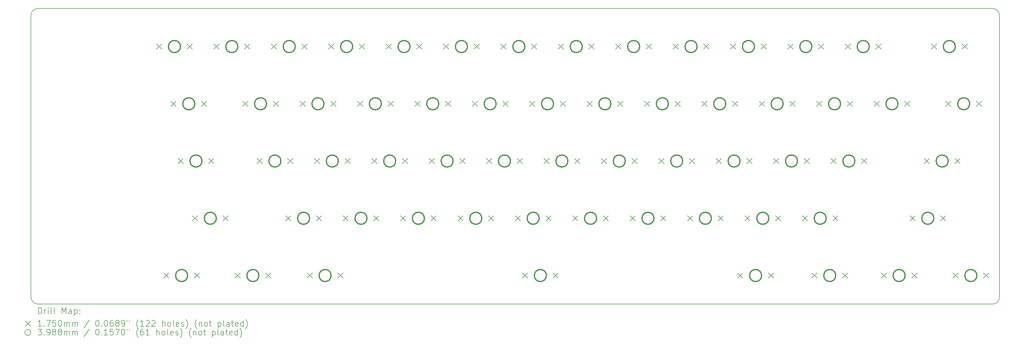
<source format=gbr>
%TF.GenerationSoftware,KiCad,Pcbnew,(6.0.9)*%
%TF.CreationDate,2022-12-29T20:39:11-06:00*%
%TF.ProjectId,BasePCB,42617365-5043-4422-9e6b-696361645f70,rev?*%
%TF.SameCoordinates,Original*%
%TF.FileFunction,Drillmap*%
%TF.FilePolarity,Positive*%
%FSLAX45Y45*%
G04 Gerber Fmt 4.5, Leading zero omitted, Abs format (unit mm)*
G04 Created by KiCad (PCBNEW (6.0.9)) date 2022-12-29 20:39:11*
%MOMM*%
%LPD*%
G01*
G04 APERTURE LIST*
%ADD10C,0.150000*%
%ADD11C,0.200000*%
%ADD12C,0.175000*%
%ADD13C,0.398780*%
G04 APERTURE END LIST*
D10*
X17303750Y4286250D02*
X-14366875Y4286250D01*
X17541875Y13573125D02*
X17541875Y13890625D01*
X-14605000Y13573125D02*
X-14605000Y13890625D01*
X17303750Y4286255D02*
G75*
G03*
X17541875Y4524375I0J238125D01*
G01*
X17541880Y13890625D02*
G75*
G03*
X17303750Y14128750I-238130J-5D01*
G01*
X-14366875Y14128750D02*
G75*
G03*
X-14605000Y13890625I0J-238125D01*
G01*
X-14605000Y4524375D02*
G75*
G03*
X-14366875Y4286250I238125J0D01*
G01*
X17541875Y13573125D02*
X17541875Y4524375D01*
X-14605000Y13573125D02*
X-14605000Y4524375D01*
X-14366875Y14128750D02*
X17303750Y14128750D01*
D11*
D12*
X-10438000Y12946250D02*
X-10263000Y12771250D01*
X-10263000Y12946250D02*
X-10438000Y12771250D01*
X-10199875Y5326250D02*
X-10024875Y5151250D01*
X-10024875Y5326250D02*
X-10199875Y5151250D01*
X-9961750Y11041250D02*
X-9786750Y10866250D01*
X-9786750Y11041250D02*
X-9961750Y10866250D01*
X-9723625Y9136250D02*
X-9548625Y8961250D01*
X-9548625Y9136250D02*
X-9723625Y8961250D01*
X-9422000Y12946250D02*
X-9247000Y12771250D01*
X-9247000Y12946250D02*
X-9422000Y12771250D01*
X-9247375Y7231250D02*
X-9072375Y7056250D01*
X-9072375Y7231250D02*
X-9247375Y7056250D01*
X-9183875Y5326250D02*
X-9008875Y5151250D01*
X-9008875Y5326250D02*
X-9183875Y5151250D01*
X-8945750Y11041250D02*
X-8770750Y10866250D01*
X-8770750Y11041250D02*
X-8945750Y10866250D01*
X-8707625Y9136250D02*
X-8532625Y8961250D01*
X-8532625Y9136250D02*
X-8707625Y8961250D01*
X-8533000Y12946250D02*
X-8358000Y12771250D01*
X-8358000Y12946250D02*
X-8533000Y12771250D01*
X-8231375Y7231250D02*
X-8056375Y7056250D01*
X-8056375Y7231250D02*
X-8231375Y7056250D01*
X-7834500Y5326250D02*
X-7659500Y5151250D01*
X-7659500Y5326250D02*
X-7834500Y5151250D01*
X-7580500Y11041250D02*
X-7405500Y10866250D01*
X-7405500Y11041250D02*
X-7580500Y10866250D01*
X-7517000Y12946250D02*
X-7342000Y12771250D01*
X-7342000Y12946250D02*
X-7517000Y12771250D01*
X-7104250Y9136250D02*
X-6929250Y8961250D01*
X-6929250Y9136250D02*
X-7104250Y8961250D01*
X-6818500Y5326250D02*
X-6643500Y5151250D01*
X-6643500Y5326250D02*
X-6818500Y5151250D01*
X-6628000Y12946250D02*
X-6453000Y12771250D01*
X-6453000Y12946250D02*
X-6628000Y12771250D01*
X-6564500Y11041250D02*
X-6389500Y10866250D01*
X-6389500Y11041250D02*
X-6564500Y10866250D01*
X-6151750Y7231250D02*
X-5976750Y7056250D01*
X-5976750Y7231250D02*
X-6151750Y7056250D01*
X-6088250Y9136250D02*
X-5913250Y8961250D01*
X-5913250Y9136250D02*
X-6088250Y8961250D01*
X-5675500Y11041250D02*
X-5500500Y10866250D01*
X-5500500Y11041250D02*
X-5675500Y10866250D01*
X-5612000Y12946250D02*
X-5437000Y12771250D01*
X-5437000Y12946250D02*
X-5612000Y12771250D01*
X-5437375Y5326250D02*
X-5262375Y5151250D01*
X-5262375Y5326250D02*
X-5437375Y5151250D01*
X-5199250Y9136250D02*
X-5024250Y8961250D01*
X-5024250Y9136250D02*
X-5199250Y8961250D01*
X-5135750Y7231250D02*
X-4960750Y7056250D01*
X-4960750Y7231250D02*
X-5135750Y7056250D01*
X-4723000Y12946250D02*
X-4548000Y12771250D01*
X-4548000Y12946250D02*
X-4723000Y12771250D01*
X-4659500Y11041250D02*
X-4484500Y10866250D01*
X-4484500Y11041250D02*
X-4659500Y10866250D01*
X-4421375Y5326250D02*
X-4246375Y5151250D01*
X-4246375Y5326250D02*
X-4421375Y5151250D01*
X-4246750Y7231250D02*
X-4071750Y7056250D01*
X-4071750Y7231250D02*
X-4246750Y7056250D01*
X-4183250Y9136250D02*
X-4008250Y8961250D01*
X-4008250Y9136250D02*
X-4183250Y8961250D01*
X-3770500Y11041250D02*
X-3595500Y10866250D01*
X-3595500Y11041250D02*
X-3770500Y10866250D01*
X-3707000Y12946250D02*
X-3532000Y12771250D01*
X-3532000Y12946250D02*
X-3707000Y12771250D01*
X-3294250Y9136250D02*
X-3119250Y8961250D01*
X-3119250Y9136250D02*
X-3294250Y8961250D01*
X-3230750Y7231250D02*
X-3055750Y7056250D01*
X-3055750Y7231250D02*
X-3230750Y7056250D01*
X-2818000Y12946250D02*
X-2643000Y12771250D01*
X-2643000Y12946250D02*
X-2818000Y12771250D01*
X-2754500Y11041250D02*
X-2579500Y10866250D01*
X-2579500Y11041250D02*
X-2754500Y10866250D01*
X-2341750Y7231250D02*
X-2166750Y7056250D01*
X-2166750Y7231250D02*
X-2341750Y7056250D01*
X-2278250Y9136250D02*
X-2103250Y8961250D01*
X-2103250Y9136250D02*
X-2278250Y8961250D01*
X-1865500Y11041250D02*
X-1690500Y10866250D01*
X-1690500Y11041250D02*
X-1865500Y10866250D01*
X-1802000Y12946250D02*
X-1627000Y12771250D01*
X-1627000Y12946250D02*
X-1802000Y12771250D01*
X-1389250Y9136250D02*
X-1214250Y8961250D01*
X-1214250Y9136250D02*
X-1389250Y8961250D01*
X-1325750Y7231250D02*
X-1150750Y7056250D01*
X-1150750Y7231250D02*
X-1325750Y7056250D01*
X-913000Y12946250D02*
X-738000Y12771250D01*
X-738000Y12946250D02*
X-913000Y12771250D01*
X-849500Y11041250D02*
X-674500Y10866250D01*
X-674500Y11041250D02*
X-849500Y10866250D01*
X-436750Y7231250D02*
X-261750Y7056250D01*
X-261750Y7231250D02*
X-436750Y7056250D01*
X-373250Y9136250D02*
X-198250Y8961250D01*
X-198250Y9136250D02*
X-373250Y8961250D01*
X39500Y11041250D02*
X214500Y10866250D01*
X214500Y11041250D02*
X39500Y10866250D01*
X103000Y12946250D02*
X278000Y12771250D01*
X278000Y12946250D02*
X103000Y12771250D01*
X515750Y9136250D02*
X690750Y8961250D01*
X690750Y9136250D02*
X515750Y8961250D01*
X579250Y7231250D02*
X754250Y7056250D01*
X754250Y7231250D02*
X579250Y7056250D01*
X992000Y12946250D02*
X1167000Y12771250D01*
X1167000Y12946250D02*
X992000Y12771250D01*
X1055500Y11041250D02*
X1230500Y10866250D01*
X1230500Y11041250D02*
X1055500Y10866250D01*
X1468250Y7231250D02*
X1643250Y7056250D01*
X1643250Y7231250D02*
X1468250Y7056250D01*
X1531750Y9136250D02*
X1706750Y8961250D01*
X1706750Y9136250D02*
X1531750Y8961250D01*
X1706375Y5326250D02*
X1881375Y5151250D01*
X1881375Y5326250D02*
X1706375Y5151250D01*
X1944500Y11041250D02*
X2119500Y10866250D01*
X2119500Y11041250D02*
X1944500Y10866250D01*
X2008000Y12946250D02*
X2183000Y12771250D01*
X2183000Y12946250D02*
X2008000Y12771250D01*
X2420750Y9136250D02*
X2595750Y8961250D01*
X2595750Y9136250D02*
X2420750Y8961250D01*
X2484250Y7231250D02*
X2659250Y7056250D01*
X2659250Y7231250D02*
X2484250Y7056250D01*
X2722375Y5326250D02*
X2897375Y5151250D01*
X2897375Y5326250D02*
X2722375Y5151250D01*
X2897000Y12946250D02*
X3072000Y12771250D01*
X3072000Y12946250D02*
X2897000Y12771250D01*
X2960500Y11041250D02*
X3135500Y10866250D01*
X3135500Y11041250D02*
X2960500Y10866250D01*
X3373250Y7231250D02*
X3548250Y7056250D01*
X3548250Y7231250D02*
X3373250Y7056250D01*
X3436750Y9136250D02*
X3611750Y8961250D01*
X3611750Y9136250D02*
X3436750Y8961250D01*
X3849500Y11041250D02*
X4024500Y10866250D01*
X4024500Y11041250D02*
X3849500Y10866250D01*
X3913000Y12946250D02*
X4088000Y12771250D01*
X4088000Y12946250D02*
X3913000Y12771250D01*
X4325750Y9136250D02*
X4500750Y8961250D01*
X4500750Y9136250D02*
X4325750Y8961250D01*
X4389250Y7231250D02*
X4564250Y7056250D01*
X4564250Y7231250D02*
X4389250Y7056250D01*
X4802000Y12946250D02*
X4977000Y12771250D01*
X4977000Y12946250D02*
X4802000Y12771250D01*
X4865500Y11041250D02*
X5040500Y10866250D01*
X5040500Y11041250D02*
X4865500Y10866250D01*
X5278250Y7231250D02*
X5453250Y7056250D01*
X5453250Y7231250D02*
X5278250Y7056250D01*
X5341750Y9136250D02*
X5516750Y8961250D01*
X5516750Y9136250D02*
X5341750Y8961250D01*
X5754500Y11041250D02*
X5929500Y10866250D01*
X5929500Y11041250D02*
X5754500Y10866250D01*
X5818000Y12946250D02*
X5993000Y12771250D01*
X5993000Y12946250D02*
X5818000Y12771250D01*
X6230750Y9136250D02*
X6405750Y8961250D01*
X6405750Y9136250D02*
X6230750Y8961250D01*
X6294250Y7231250D02*
X6469250Y7056250D01*
X6469250Y7231250D02*
X6294250Y7056250D01*
X6707000Y12946250D02*
X6882000Y12771250D01*
X6882000Y12946250D02*
X6707000Y12771250D01*
X6770500Y11041250D02*
X6945500Y10866250D01*
X6945500Y11041250D02*
X6770500Y10866250D01*
X7183250Y7231250D02*
X7358250Y7056250D01*
X7358250Y7231250D02*
X7183250Y7056250D01*
X7246750Y9136250D02*
X7421750Y8961250D01*
X7421750Y9136250D02*
X7246750Y8961250D01*
X7659500Y11041250D02*
X7834500Y10866250D01*
X7834500Y11041250D02*
X7659500Y10866250D01*
X7723000Y12946250D02*
X7898000Y12771250D01*
X7898000Y12946250D02*
X7723000Y12771250D01*
X8135750Y9136250D02*
X8310750Y8961250D01*
X8310750Y9136250D02*
X8135750Y8961250D01*
X8199250Y7231250D02*
X8374250Y7056250D01*
X8374250Y7231250D02*
X8199250Y7056250D01*
X8612000Y12946250D02*
X8787000Y12771250D01*
X8787000Y12946250D02*
X8612000Y12771250D01*
X8675500Y11041250D02*
X8850500Y10866250D01*
X8850500Y11041250D02*
X8675500Y10866250D01*
X8850125Y5326250D02*
X9025125Y5151250D01*
X9025125Y5326250D02*
X8850125Y5151250D01*
X9088250Y7231250D02*
X9263250Y7056250D01*
X9263250Y7231250D02*
X9088250Y7056250D01*
X9151750Y9136250D02*
X9326750Y8961250D01*
X9326750Y9136250D02*
X9151750Y8961250D01*
X9564500Y11041250D02*
X9739500Y10866250D01*
X9739500Y11041250D02*
X9564500Y10866250D01*
X9628000Y12946250D02*
X9803000Y12771250D01*
X9803000Y12946250D02*
X9628000Y12771250D01*
X9866125Y5326250D02*
X10041125Y5151250D01*
X10041125Y5326250D02*
X9866125Y5151250D01*
X10040750Y9136250D02*
X10215750Y8961250D01*
X10215750Y9136250D02*
X10040750Y8961250D01*
X10104250Y7231250D02*
X10279250Y7056250D01*
X10279250Y7231250D02*
X10104250Y7056250D01*
X10517000Y12946250D02*
X10692000Y12771250D01*
X10692000Y12946250D02*
X10517000Y12771250D01*
X10580500Y11041250D02*
X10755500Y10866250D01*
X10755500Y11041250D02*
X10580500Y10866250D01*
X10993250Y7231250D02*
X11168250Y7056250D01*
X11168250Y7231250D02*
X10993250Y7056250D01*
X11056750Y9136250D02*
X11231750Y8961250D01*
X11231750Y9136250D02*
X11056750Y8961250D01*
X11310750Y5326250D02*
X11485750Y5151250D01*
X11485750Y5326250D02*
X11310750Y5151250D01*
X11469500Y11041250D02*
X11644500Y10866250D01*
X11644500Y11041250D02*
X11469500Y10866250D01*
X11533000Y12946250D02*
X11708000Y12771250D01*
X11708000Y12946250D02*
X11533000Y12771250D01*
X11945750Y9136250D02*
X12120750Y8961250D01*
X12120750Y9136250D02*
X11945750Y8961250D01*
X12009250Y7231250D02*
X12184250Y7056250D01*
X12184250Y7231250D02*
X12009250Y7056250D01*
X12326750Y5326250D02*
X12501750Y5151250D01*
X12501750Y5326250D02*
X12326750Y5151250D01*
X12422000Y12946250D02*
X12597000Y12771250D01*
X12597000Y12946250D02*
X12422000Y12771250D01*
X12485500Y11041250D02*
X12660500Y10866250D01*
X12660500Y11041250D02*
X12485500Y10866250D01*
X12961750Y9136250D02*
X13136750Y8961250D01*
X13136750Y9136250D02*
X12961750Y8961250D01*
X13374500Y11041250D02*
X13549500Y10866250D01*
X13549500Y11041250D02*
X13374500Y10866250D01*
X13438000Y12946250D02*
X13613000Y12771250D01*
X13613000Y12946250D02*
X13438000Y12771250D01*
X13612625Y5326250D02*
X13787625Y5151250D01*
X13787625Y5326250D02*
X13612625Y5151250D01*
X14390500Y11041250D02*
X14565500Y10866250D01*
X14565500Y11041250D02*
X14390500Y10866250D01*
X14565125Y7231250D02*
X14740125Y7056250D01*
X14740125Y7231250D02*
X14565125Y7056250D01*
X14628625Y5326250D02*
X14803625Y5151250D01*
X14803625Y5326250D02*
X14628625Y5151250D01*
X15041375Y9136250D02*
X15216375Y8961250D01*
X15216375Y9136250D02*
X15041375Y8961250D01*
X15279500Y12946250D02*
X15454500Y12771250D01*
X15454500Y12946250D02*
X15279500Y12771250D01*
X15581125Y7231250D02*
X15756125Y7056250D01*
X15756125Y7231250D02*
X15581125Y7056250D01*
X15755750Y11041250D02*
X15930750Y10866250D01*
X15930750Y11041250D02*
X15755750Y10866250D01*
X15993875Y5326250D02*
X16168875Y5151250D01*
X16168875Y5326250D02*
X15993875Y5151250D01*
X16057375Y9136250D02*
X16232375Y8961250D01*
X16232375Y9136250D02*
X16057375Y8961250D01*
X16295500Y12946250D02*
X16470500Y12771250D01*
X16470500Y12946250D02*
X16295500Y12771250D01*
X16771750Y11041250D02*
X16946750Y10866250D01*
X16946750Y11041250D02*
X16771750Y10866250D01*
X17009875Y5326250D02*
X17184875Y5151250D01*
X17184875Y5326250D02*
X17009875Y5151250D01*
D13*
X-9643110Y12858750D02*
G75*
G03*
X-9643110Y12858750I-199390J0D01*
G01*
X-9404985Y5238750D02*
G75*
G03*
X-9404985Y5238750I-199390J0D01*
G01*
X-9166860Y10953750D02*
G75*
G03*
X-9166860Y10953750I-199390J0D01*
G01*
X-8928735Y9048750D02*
G75*
G03*
X-8928735Y9048750I-199390J0D01*
G01*
X-8452485Y7143750D02*
G75*
G03*
X-8452485Y7143750I-199390J0D01*
G01*
X-7738110Y12858750D02*
G75*
G03*
X-7738110Y12858750I-199390J0D01*
G01*
X-7039610Y5238750D02*
G75*
G03*
X-7039610Y5238750I-199390J0D01*
G01*
X-6785610Y10953750D02*
G75*
G03*
X-6785610Y10953750I-199390J0D01*
G01*
X-6309360Y9048750D02*
G75*
G03*
X-6309360Y9048750I-199390J0D01*
G01*
X-5833110Y12858750D02*
G75*
G03*
X-5833110Y12858750I-199390J0D01*
G01*
X-5356860Y7143750D02*
G75*
G03*
X-5356860Y7143750I-199390J0D01*
G01*
X-4880610Y10953750D02*
G75*
G03*
X-4880610Y10953750I-199390J0D01*
G01*
X-4642485Y5238750D02*
G75*
G03*
X-4642485Y5238750I-199390J0D01*
G01*
X-4404360Y9048750D02*
G75*
G03*
X-4404360Y9048750I-199390J0D01*
G01*
X-3928110Y12858750D02*
G75*
G03*
X-3928110Y12858750I-199390J0D01*
G01*
X-3451860Y7143750D02*
G75*
G03*
X-3451860Y7143750I-199390J0D01*
G01*
X-2975610Y10953750D02*
G75*
G03*
X-2975610Y10953750I-199390J0D01*
G01*
X-2499360Y9048750D02*
G75*
G03*
X-2499360Y9048750I-199390J0D01*
G01*
X-2023110Y12858750D02*
G75*
G03*
X-2023110Y12858750I-199390J0D01*
G01*
X-1546860Y7143750D02*
G75*
G03*
X-1546860Y7143750I-199390J0D01*
G01*
X-1070610Y10953750D02*
G75*
G03*
X-1070610Y10953750I-199390J0D01*
G01*
X-594360Y9048750D02*
G75*
G03*
X-594360Y9048750I-199390J0D01*
G01*
X-118110Y12858750D02*
G75*
G03*
X-118110Y12858750I-199390J0D01*
G01*
X358140Y7143750D02*
G75*
G03*
X358140Y7143750I-199390J0D01*
G01*
X834390Y10953750D02*
G75*
G03*
X834390Y10953750I-199390J0D01*
G01*
X1310640Y9048750D02*
G75*
G03*
X1310640Y9048750I-199390J0D01*
G01*
X1786890Y12858750D02*
G75*
G03*
X1786890Y12858750I-199390J0D01*
G01*
X2263140Y7143750D02*
G75*
G03*
X2263140Y7143750I-199390J0D01*
G01*
X2501265Y5238750D02*
G75*
G03*
X2501265Y5238750I-199390J0D01*
G01*
X2739390Y10953750D02*
G75*
G03*
X2739390Y10953750I-199390J0D01*
G01*
X3215640Y9048750D02*
G75*
G03*
X3215640Y9048750I-199390J0D01*
G01*
X3691890Y12858750D02*
G75*
G03*
X3691890Y12858750I-199390J0D01*
G01*
X4168140Y7143750D02*
G75*
G03*
X4168140Y7143750I-199390J0D01*
G01*
X4644390Y10953750D02*
G75*
G03*
X4644390Y10953750I-199390J0D01*
G01*
X5120640Y9048750D02*
G75*
G03*
X5120640Y9048750I-199390J0D01*
G01*
X5596890Y12858750D02*
G75*
G03*
X5596890Y12858750I-199390J0D01*
G01*
X6073140Y7143750D02*
G75*
G03*
X6073140Y7143750I-199390J0D01*
G01*
X6549390Y10953750D02*
G75*
G03*
X6549390Y10953750I-199390J0D01*
G01*
X7025640Y9048750D02*
G75*
G03*
X7025640Y9048750I-199390J0D01*
G01*
X7501890Y12858750D02*
G75*
G03*
X7501890Y12858750I-199390J0D01*
G01*
X7978140Y7143750D02*
G75*
G03*
X7978140Y7143750I-199390J0D01*
G01*
X8454390Y10953750D02*
G75*
G03*
X8454390Y10953750I-199390J0D01*
G01*
X8930640Y9048750D02*
G75*
G03*
X8930640Y9048750I-199390J0D01*
G01*
X9406890Y12858750D02*
G75*
G03*
X9406890Y12858750I-199390J0D01*
G01*
X9645015Y5238750D02*
G75*
G03*
X9645015Y5238750I-199390J0D01*
G01*
X9883140Y7143750D02*
G75*
G03*
X9883140Y7143750I-199390J0D01*
G01*
X10359390Y10953750D02*
G75*
G03*
X10359390Y10953750I-199390J0D01*
G01*
X10835640Y9048750D02*
G75*
G03*
X10835640Y9048750I-199390J0D01*
G01*
X11311890Y12858750D02*
G75*
G03*
X11311890Y12858750I-199390J0D01*
G01*
X11788140Y7143750D02*
G75*
G03*
X11788140Y7143750I-199390J0D01*
G01*
X12105640Y5238750D02*
G75*
G03*
X12105640Y5238750I-199390J0D01*
G01*
X12264390Y10953750D02*
G75*
G03*
X12264390Y10953750I-199390J0D01*
G01*
X12740640Y9048750D02*
G75*
G03*
X12740640Y9048750I-199390J0D01*
G01*
X13216890Y12858750D02*
G75*
G03*
X13216890Y12858750I-199390J0D01*
G01*
X14169390Y10953750D02*
G75*
G03*
X14169390Y10953750I-199390J0D01*
G01*
X14407515Y5238750D02*
G75*
G03*
X14407515Y5238750I-199390J0D01*
G01*
X15360015Y7143750D02*
G75*
G03*
X15360015Y7143750I-199390J0D01*
G01*
X15836265Y9048750D02*
G75*
G03*
X15836265Y9048750I-199390J0D01*
G01*
X16074390Y12858750D02*
G75*
G03*
X16074390Y12858750I-199390J0D01*
G01*
X16550640Y10953750D02*
G75*
G03*
X16550640Y10953750I-199390J0D01*
G01*
X16788765Y5238750D02*
G75*
G03*
X16788765Y5238750I-199390J0D01*
G01*
D11*
X-14354881Y3968274D02*
X-14354881Y4168274D01*
X-14307262Y4168274D01*
X-14278690Y4158750D01*
X-14259643Y4139702D01*
X-14250119Y4120655D01*
X-14240595Y4082559D01*
X-14240595Y4053988D01*
X-14250119Y4015893D01*
X-14259643Y3996845D01*
X-14278690Y3977798D01*
X-14307262Y3968274D01*
X-14354881Y3968274D01*
X-14154881Y3968274D02*
X-14154881Y4101607D01*
X-14154881Y4063512D02*
X-14145357Y4082559D01*
X-14135833Y4092083D01*
X-14116786Y4101607D01*
X-14097738Y4101607D01*
X-14031071Y3968274D02*
X-14031071Y4101607D01*
X-14031071Y4168274D02*
X-14040595Y4158750D01*
X-14031071Y4149226D01*
X-14021548Y4158750D01*
X-14031071Y4168274D01*
X-14031071Y4149226D01*
X-13907262Y3968274D02*
X-13926309Y3977798D01*
X-13935833Y3996845D01*
X-13935833Y4168274D01*
X-13802500Y3968274D02*
X-13821548Y3977798D01*
X-13831071Y3996845D01*
X-13831071Y4168274D01*
X-13573928Y3968274D02*
X-13573928Y4168274D01*
X-13507262Y4025417D01*
X-13440595Y4168274D01*
X-13440595Y3968274D01*
X-13259643Y3968274D02*
X-13259643Y4073036D01*
X-13269167Y4092083D01*
X-13288214Y4101607D01*
X-13326309Y4101607D01*
X-13345357Y4092083D01*
X-13259643Y3977798D02*
X-13278690Y3968274D01*
X-13326309Y3968274D01*
X-13345357Y3977798D01*
X-13354881Y3996845D01*
X-13354881Y4015893D01*
X-13345357Y4034940D01*
X-13326309Y4044464D01*
X-13278690Y4044464D01*
X-13259643Y4053988D01*
X-13164405Y4101607D02*
X-13164405Y3901607D01*
X-13164405Y4092083D02*
X-13145357Y4101607D01*
X-13107262Y4101607D01*
X-13088214Y4092083D01*
X-13078690Y4082559D01*
X-13069167Y4063512D01*
X-13069167Y4006369D01*
X-13078690Y3987321D01*
X-13088214Y3977798D01*
X-13107262Y3968274D01*
X-13145357Y3968274D01*
X-13164405Y3977798D01*
X-12983452Y3987321D02*
X-12973928Y3977798D01*
X-12983452Y3968274D01*
X-12992976Y3977798D01*
X-12983452Y3987321D01*
X-12983452Y3968274D01*
X-12983452Y4092083D02*
X-12973928Y4082559D01*
X-12983452Y4073036D01*
X-12992976Y4082559D01*
X-12983452Y4092083D01*
X-12983452Y4073036D01*
D12*
X-14787500Y3726250D02*
X-14612500Y3551250D01*
X-14612500Y3726250D02*
X-14787500Y3551250D01*
D11*
X-14250119Y3548274D02*
X-14364405Y3548274D01*
X-14307262Y3548274D02*
X-14307262Y3748274D01*
X-14326309Y3719702D01*
X-14345357Y3700655D01*
X-14364405Y3691131D01*
X-14164405Y3567321D02*
X-14154881Y3557798D01*
X-14164405Y3548274D01*
X-14173928Y3557798D01*
X-14164405Y3567321D01*
X-14164405Y3548274D01*
X-14088214Y3748274D02*
X-13954881Y3748274D01*
X-14040595Y3548274D01*
X-13783452Y3748274D02*
X-13878690Y3748274D01*
X-13888214Y3653036D01*
X-13878690Y3662559D01*
X-13859643Y3672083D01*
X-13812024Y3672083D01*
X-13792976Y3662559D01*
X-13783452Y3653036D01*
X-13773928Y3633988D01*
X-13773928Y3586369D01*
X-13783452Y3567321D01*
X-13792976Y3557798D01*
X-13812024Y3548274D01*
X-13859643Y3548274D01*
X-13878690Y3557798D01*
X-13888214Y3567321D01*
X-13650119Y3748274D02*
X-13631071Y3748274D01*
X-13612024Y3738750D01*
X-13602500Y3729226D01*
X-13592976Y3710178D01*
X-13583452Y3672083D01*
X-13583452Y3624464D01*
X-13592976Y3586369D01*
X-13602500Y3567321D01*
X-13612024Y3557798D01*
X-13631071Y3548274D01*
X-13650119Y3548274D01*
X-13669167Y3557798D01*
X-13678690Y3567321D01*
X-13688214Y3586369D01*
X-13697738Y3624464D01*
X-13697738Y3672083D01*
X-13688214Y3710178D01*
X-13678690Y3729226D01*
X-13669167Y3738750D01*
X-13650119Y3748274D01*
X-13497738Y3548274D02*
X-13497738Y3681607D01*
X-13497738Y3662559D02*
X-13488214Y3672083D01*
X-13469167Y3681607D01*
X-13440595Y3681607D01*
X-13421548Y3672083D01*
X-13412024Y3653036D01*
X-13412024Y3548274D01*
X-13412024Y3653036D02*
X-13402500Y3672083D01*
X-13383452Y3681607D01*
X-13354881Y3681607D01*
X-13335833Y3672083D01*
X-13326309Y3653036D01*
X-13326309Y3548274D01*
X-13231071Y3548274D02*
X-13231071Y3681607D01*
X-13231071Y3662559D02*
X-13221548Y3672083D01*
X-13202500Y3681607D01*
X-13173928Y3681607D01*
X-13154881Y3672083D01*
X-13145357Y3653036D01*
X-13145357Y3548274D01*
X-13145357Y3653036D02*
X-13135833Y3672083D01*
X-13116786Y3681607D01*
X-13088214Y3681607D01*
X-13069167Y3672083D01*
X-13059643Y3653036D01*
X-13059643Y3548274D01*
X-12669167Y3757798D02*
X-12840595Y3500655D01*
X-12412024Y3748274D02*
X-12392976Y3748274D01*
X-12373928Y3738750D01*
X-12364405Y3729226D01*
X-12354881Y3710178D01*
X-12345357Y3672083D01*
X-12345357Y3624464D01*
X-12354881Y3586369D01*
X-12364405Y3567321D01*
X-12373928Y3557798D01*
X-12392976Y3548274D01*
X-12412024Y3548274D01*
X-12431071Y3557798D01*
X-12440595Y3567321D01*
X-12450119Y3586369D01*
X-12459643Y3624464D01*
X-12459643Y3672083D01*
X-12450119Y3710178D01*
X-12440595Y3729226D01*
X-12431071Y3738750D01*
X-12412024Y3748274D01*
X-12259643Y3567321D02*
X-12250119Y3557798D01*
X-12259643Y3548274D01*
X-12269167Y3557798D01*
X-12259643Y3567321D01*
X-12259643Y3548274D01*
X-12126309Y3748274D02*
X-12107262Y3748274D01*
X-12088214Y3738750D01*
X-12078690Y3729226D01*
X-12069167Y3710178D01*
X-12059643Y3672083D01*
X-12059643Y3624464D01*
X-12069167Y3586369D01*
X-12078690Y3567321D01*
X-12088214Y3557798D01*
X-12107262Y3548274D01*
X-12126309Y3548274D01*
X-12145357Y3557798D01*
X-12154881Y3567321D01*
X-12164405Y3586369D01*
X-12173928Y3624464D01*
X-12173928Y3672083D01*
X-12164405Y3710178D01*
X-12154881Y3729226D01*
X-12145357Y3738750D01*
X-12126309Y3748274D01*
X-11888214Y3748274D02*
X-11926309Y3748274D01*
X-11945357Y3738750D01*
X-11954881Y3729226D01*
X-11973928Y3700655D01*
X-11983452Y3662559D01*
X-11983452Y3586369D01*
X-11973928Y3567321D01*
X-11964405Y3557798D01*
X-11945357Y3548274D01*
X-11907262Y3548274D01*
X-11888214Y3557798D01*
X-11878690Y3567321D01*
X-11869167Y3586369D01*
X-11869167Y3633988D01*
X-11878690Y3653036D01*
X-11888214Y3662559D01*
X-11907262Y3672083D01*
X-11945357Y3672083D01*
X-11964405Y3662559D01*
X-11973928Y3653036D01*
X-11983452Y3633988D01*
X-11754881Y3662559D02*
X-11773928Y3672083D01*
X-11783452Y3681607D01*
X-11792976Y3700655D01*
X-11792976Y3710178D01*
X-11783452Y3729226D01*
X-11773928Y3738750D01*
X-11754881Y3748274D01*
X-11716786Y3748274D01*
X-11697738Y3738750D01*
X-11688214Y3729226D01*
X-11678690Y3710178D01*
X-11678690Y3700655D01*
X-11688214Y3681607D01*
X-11697738Y3672083D01*
X-11716786Y3662559D01*
X-11754881Y3662559D01*
X-11773928Y3653036D01*
X-11783452Y3643512D01*
X-11792976Y3624464D01*
X-11792976Y3586369D01*
X-11783452Y3567321D01*
X-11773928Y3557798D01*
X-11754881Y3548274D01*
X-11716786Y3548274D01*
X-11697738Y3557798D01*
X-11688214Y3567321D01*
X-11678690Y3586369D01*
X-11678690Y3624464D01*
X-11688214Y3643512D01*
X-11697738Y3653036D01*
X-11716786Y3662559D01*
X-11583452Y3548274D02*
X-11545357Y3548274D01*
X-11526309Y3557798D01*
X-11516786Y3567321D01*
X-11497738Y3595893D01*
X-11488214Y3633988D01*
X-11488214Y3710178D01*
X-11497738Y3729226D01*
X-11507262Y3738750D01*
X-11526309Y3748274D01*
X-11564405Y3748274D01*
X-11583452Y3738750D01*
X-11592976Y3729226D01*
X-11602500Y3710178D01*
X-11602500Y3662559D01*
X-11592976Y3643512D01*
X-11583452Y3633988D01*
X-11564405Y3624464D01*
X-11526309Y3624464D01*
X-11507262Y3633988D01*
X-11497738Y3643512D01*
X-11488214Y3662559D01*
X-11412024Y3748274D02*
X-11412024Y3710178D01*
X-11335833Y3748274D02*
X-11335833Y3710178D01*
X-11040595Y3472083D02*
X-11050119Y3481607D01*
X-11069167Y3510178D01*
X-11078690Y3529226D01*
X-11088214Y3557798D01*
X-11097738Y3605417D01*
X-11097738Y3643512D01*
X-11088214Y3691131D01*
X-11078690Y3719702D01*
X-11069167Y3738750D01*
X-11050119Y3767321D01*
X-11040595Y3776845D01*
X-10859643Y3548274D02*
X-10973929Y3548274D01*
X-10916786Y3548274D02*
X-10916786Y3748274D01*
X-10935833Y3719702D01*
X-10954881Y3700655D01*
X-10973929Y3691131D01*
X-10783452Y3729226D02*
X-10773929Y3738750D01*
X-10754881Y3748274D01*
X-10707262Y3748274D01*
X-10688214Y3738750D01*
X-10678690Y3729226D01*
X-10669167Y3710178D01*
X-10669167Y3691131D01*
X-10678690Y3662559D01*
X-10792976Y3548274D01*
X-10669167Y3548274D01*
X-10592976Y3729226D02*
X-10583452Y3738750D01*
X-10564405Y3748274D01*
X-10516786Y3748274D01*
X-10497738Y3738750D01*
X-10488214Y3729226D01*
X-10478690Y3710178D01*
X-10478690Y3691131D01*
X-10488214Y3662559D01*
X-10602500Y3548274D01*
X-10478690Y3548274D01*
X-10240595Y3548274D02*
X-10240595Y3748274D01*
X-10154881Y3548274D02*
X-10154881Y3653036D01*
X-10164405Y3672083D01*
X-10183452Y3681607D01*
X-10212024Y3681607D01*
X-10231071Y3672083D01*
X-10240595Y3662559D01*
X-10031071Y3548274D02*
X-10050119Y3557798D01*
X-10059643Y3567321D01*
X-10069167Y3586369D01*
X-10069167Y3643512D01*
X-10059643Y3662559D01*
X-10050119Y3672083D01*
X-10031071Y3681607D01*
X-10002500Y3681607D01*
X-9983452Y3672083D01*
X-9973929Y3662559D01*
X-9964405Y3643512D01*
X-9964405Y3586369D01*
X-9973929Y3567321D01*
X-9983452Y3557798D01*
X-10002500Y3548274D01*
X-10031071Y3548274D01*
X-9850119Y3548274D02*
X-9869167Y3557798D01*
X-9878690Y3576845D01*
X-9878690Y3748274D01*
X-9697738Y3557798D02*
X-9716786Y3548274D01*
X-9754881Y3548274D01*
X-9773929Y3557798D01*
X-9783452Y3576845D01*
X-9783452Y3653036D01*
X-9773929Y3672083D01*
X-9754881Y3681607D01*
X-9716786Y3681607D01*
X-9697738Y3672083D01*
X-9688214Y3653036D01*
X-9688214Y3633988D01*
X-9783452Y3614940D01*
X-9612024Y3557798D02*
X-9592976Y3548274D01*
X-9554881Y3548274D01*
X-9535833Y3557798D01*
X-9526310Y3576845D01*
X-9526310Y3586369D01*
X-9535833Y3605417D01*
X-9554881Y3614940D01*
X-9583452Y3614940D01*
X-9602500Y3624464D01*
X-9612024Y3643512D01*
X-9612024Y3653036D01*
X-9602500Y3672083D01*
X-9583452Y3681607D01*
X-9554881Y3681607D01*
X-9535833Y3672083D01*
X-9459643Y3472083D02*
X-9450119Y3481607D01*
X-9431071Y3510178D01*
X-9421548Y3529226D01*
X-9412024Y3557798D01*
X-9402500Y3605417D01*
X-9402500Y3643512D01*
X-9412024Y3691131D01*
X-9421548Y3719702D01*
X-9431071Y3738750D01*
X-9450119Y3767321D01*
X-9459643Y3776845D01*
X-9097738Y3472083D02*
X-9107262Y3481607D01*
X-9126310Y3510178D01*
X-9135833Y3529226D01*
X-9145357Y3557798D01*
X-9154881Y3605417D01*
X-9154881Y3643512D01*
X-9145357Y3691131D01*
X-9135833Y3719702D01*
X-9126310Y3738750D01*
X-9107262Y3767321D01*
X-9097738Y3776845D01*
X-9021548Y3681607D02*
X-9021548Y3548274D01*
X-9021548Y3662559D02*
X-9012024Y3672083D01*
X-8992976Y3681607D01*
X-8964405Y3681607D01*
X-8945357Y3672083D01*
X-8935833Y3653036D01*
X-8935833Y3548274D01*
X-8812024Y3548274D02*
X-8831071Y3557798D01*
X-8840595Y3567321D01*
X-8850119Y3586369D01*
X-8850119Y3643512D01*
X-8840595Y3662559D01*
X-8831071Y3672083D01*
X-8812024Y3681607D01*
X-8783452Y3681607D01*
X-8764405Y3672083D01*
X-8754881Y3662559D01*
X-8745357Y3643512D01*
X-8745357Y3586369D01*
X-8754881Y3567321D01*
X-8764405Y3557798D01*
X-8783452Y3548274D01*
X-8812024Y3548274D01*
X-8688214Y3681607D02*
X-8612024Y3681607D01*
X-8659643Y3748274D02*
X-8659643Y3576845D01*
X-8650119Y3557798D01*
X-8631071Y3548274D01*
X-8612024Y3548274D01*
X-8392976Y3681607D02*
X-8392976Y3481607D01*
X-8392976Y3672083D02*
X-8373928Y3681607D01*
X-8335833Y3681607D01*
X-8316786Y3672083D01*
X-8307262Y3662559D01*
X-8297738Y3643512D01*
X-8297738Y3586369D01*
X-8307262Y3567321D01*
X-8316786Y3557798D01*
X-8335833Y3548274D01*
X-8373928Y3548274D01*
X-8392976Y3557798D01*
X-8183452Y3548274D02*
X-8202500Y3557798D01*
X-8212024Y3576845D01*
X-8212024Y3748274D01*
X-8021548Y3548274D02*
X-8021548Y3653036D01*
X-8031071Y3672083D01*
X-8050119Y3681607D01*
X-8088214Y3681607D01*
X-8107262Y3672083D01*
X-8021548Y3557798D02*
X-8040595Y3548274D01*
X-8088214Y3548274D01*
X-8107262Y3557798D01*
X-8116786Y3576845D01*
X-8116786Y3595893D01*
X-8107262Y3614940D01*
X-8088214Y3624464D01*
X-8040595Y3624464D01*
X-8021548Y3633988D01*
X-7954881Y3681607D02*
X-7878690Y3681607D01*
X-7926309Y3748274D02*
X-7926309Y3576845D01*
X-7916786Y3557798D01*
X-7897738Y3548274D01*
X-7878690Y3548274D01*
X-7735833Y3557798D02*
X-7754881Y3548274D01*
X-7792976Y3548274D01*
X-7812024Y3557798D01*
X-7821548Y3576845D01*
X-7821548Y3653036D01*
X-7812024Y3672083D01*
X-7792976Y3681607D01*
X-7754881Y3681607D01*
X-7735833Y3672083D01*
X-7726309Y3653036D01*
X-7726309Y3633988D01*
X-7821548Y3614940D01*
X-7554881Y3548274D02*
X-7554881Y3748274D01*
X-7554881Y3557798D02*
X-7573928Y3548274D01*
X-7612024Y3548274D01*
X-7631071Y3557798D01*
X-7640595Y3567321D01*
X-7650119Y3586369D01*
X-7650119Y3643512D01*
X-7640595Y3662559D01*
X-7631071Y3672083D01*
X-7612024Y3681607D01*
X-7573928Y3681607D01*
X-7554881Y3672083D01*
X-7478690Y3472083D02*
X-7469167Y3481607D01*
X-7450119Y3510178D01*
X-7440595Y3529226D01*
X-7431071Y3557798D01*
X-7421548Y3605417D01*
X-7421548Y3643512D01*
X-7431071Y3691131D01*
X-7440595Y3719702D01*
X-7450119Y3738750D01*
X-7469167Y3767321D01*
X-7478690Y3776845D01*
X-14612500Y3343750D02*
G75*
G03*
X-14612500Y3343750I-100000J0D01*
G01*
X-14373928Y3453274D02*
X-14250119Y3453274D01*
X-14316786Y3377083D01*
X-14288214Y3377083D01*
X-14269167Y3367559D01*
X-14259643Y3358036D01*
X-14250119Y3338988D01*
X-14250119Y3291369D01*
X-14259643Y3272321D01*
X-14269167Y3262798D01*
X-14288214Y3253274D01*
X-14345357Y3253274D01*
X-14364405Y3262798D01*
X-14373928Y3272321D01*
X-14164405Y3272321D02*
X-14154881Y3262798D01*
X-14164405Y3253274D01*
X-14173928Y3262798D01*
X-14164405Y3272321D01*
X-14164405Y3253274D01*
X-14059643Y3253274D02*
X-14021548Y3253274D01*
X-14002500Y3262798D01*
X-13992976Y3272321D01*
X-13973928Y3300893D01*
X-13964405Y3338988D01*
X-13964405Y3415178D01*
X-13973928Y3434226D01*
X-13983452Y3443750D01*
X-14002500Y3453274D01*
X-14040595Y3453274D01*
X-14059643Y3443750D01*
X-14069167Y3434226D01*
X-14078690Y3415178D01*
X-14078690Y3367559D01*
X-14069167Y3348512D01*
X-14059643Y3338988D01*
X-14040595Y3329464D01*
X-14002500Y3329464D01*
X-13983452Y3338988D01*
X-13973928Y3348512D01*
X-13964405Y3367559D01*
X-13850119Y3367559D02*
X-13869167Y3377083D01*
X-13878690Y3386607D01*
X-13888214Y3405655D01*
X-13888214Y3415178D01*
X-13878690Y3434226D01*
X-13869167Y3443750D01*
X-13850119Y3453274D01*
X-13812024Y3453274D01*
X-13792976Y3443750D01*
X-13783452Y3434226D01*
X-13773928Y3415178D01*
X-13773928Y3405655D01*
X-13783452Y3386607D01*
X-13792976Y3377083D01*
X-13812024Y3367559D01*
X-13850119Y3367559D01*
X-13869167Y3358036D01*
X-13878690Y3348512D01*
X-13888214Y3329464D01*
X-13888214Y3291369D01*
X-13878690Y3272321D01*
X-13869167Y3262798D01*
X-13850119Y3253274D01*
X-13812024Y3253274D01*
X-13792976Y3262798D01*
X-13783452Y3272321D01*
X-13773928Y3291369D01*
X-13773928Y3329464D01*
X-13783452Y3348512D01*
X-13792976Y3358036D01*
X-13812024Y3367559D01*
X-13659643Y3367559D02*
X-13678690Y3377083D01*
X-13688214Y3386607D01*
X-13697738Y3405655D01*
X-13697738Y3415178D01*
X-13688214Y3434226D01*
X-13678690Y3443750D01*
X-13659643Y3453274D01*
X-13621548Y3453274D01*
X-13602500Y3443750D01*
X-13592976Y3434226D01*
X-13583452Y3415178D01*
X-13583452Y3405655D01*
X-13592976Y3386607D01*
X-13602500Y3377083D01*
X-13621548Y3367559D01*
X-13659643Y3367559D01*
X-13678690Y3358036D01*
X-13688214Y3348512D01*
X-13697738Y3329464D01*
X-13697738Y3291369D01*
X-13688214Y3272321D01*
X-13678690Y3262798D01*
X-13659643Y3253274D01*
X-13621548Y3253274D01*
X-13602500Y3262798D01*
X-13592976Y3272321D01*
X-13583452Y3291369D01*
X-13583452Y3329464D01*
X-13592976Y3348512D01*
X-13602500Y3358036D01*
X-13621548Y3367559D01*
X-13497738Y3253274D02*
X-13497738Y3386607D01*
X-13497738Y3367559D02*
X-13488214Y3377083D01*
X-13469167Y3386607D01*
X-13440595Y3386607D01*
X-13421548Y3377083D01*
X-13412024Y3358036D01*
X-13412024Y3253274D01*
X-13412024Y3358036D02*
X-13402500Y3377083D01*
X-13383452Y3386607D01*
X-13354881Y3386607D01*
X-13335833Y3377083D01*
X-13326309Y3358036D01*
X-13326309Y3253274D01*
X-13231071Y3253274D02*
X-13231071Y3386607D01*
X-13231071Y3367559D02*
X-13221548Y3377083D01*
X-13202500Y3386607D01*
X-13173928Y3386607D01*
X-13154881Y3377083D01*
X-13145357Y3358036D01*
X-13145357Y3253274D01*
X-13145357Y3358036D02*
X-13135833Y3377083D01*
X-13116786Y3386607D01*
X-13088214Y3386607D01*
X-13069167Y3377083D01*
X-13059643Y3358036D01*
X-13059643Y3253274D01*
X-12669167Y3462798D02*
X-12840595Y3205655D01*
X-12412024Y3453274D02*
X-12392976Y3453274D01*
X-12373928Y3443750D01*
X-12364405Y3434226D01*
X-12354881Y3415178D01*
X-12345357Y3377083D01*
X-12345357Y3329464D01*
X-12354881Y3291369D01*
X-12364405Y3272321D01*
X-12373928Y3262798D01*
X-12392976Y3253274D01*
X-12412024Y3253274D01*
X-12431071Y3262798D01*
X-12440595Y3272321D01*
X-12450119Y3291369D01*
X-12459643Y3329464D01*
X-12459643Y3377083D01*
X-12450119Y3415178D01*
X-12440595Y3434226D01*
X-12431071Y3443750D01*
X-12412024Y3453274D01*
X-12259643Y3272321D02*
X-12250119Y3262798D01*
X-12259643Y3253274D01*
X-12269167Y3262798D01*
X-12259643Y3272321D01*
X-12259643Y3253274D01*
X-12059643Y3253274D02*
X-12173928Y3253274D01*
X-12116786Y3253274D02*
X-12116786Y3453274D01*
X-12135833Y3424702D01*
X-12154881Y3405655D01*
X-12173928Y3396131D01*
X-11878690Y3453274D02*
X-11973928Y3453274D01*
X-11983452Y3358036D01*
X-11973928Y3367559D01*
X-11954881Y3377083D01*
X-11907262Y3377083D01*
X-11888214Y3367559D01*
X-11878690Y3358036D01*
X-11869167Y3338988D01*
X-11869167Y3291369D01*
X-11878690Y3272321D01*
X-11888214Y3262798D01*
X-11907262Y3253274D01*
X-11954881Y3253274D01*
X-11973928Y3262798D01*
X-11983452Y3272321D01*
X-11802500Y3453274D02*
X-11669167Y3453274D01*
X-11754881Y3253274D01*
X-11554881Y3453274D02*
X-11535833Y3453274D01*
X-11516786Y3443750D01*
X-11507262Y3434226D01*
X-11497738Y3415178D01*
X-11488214Y3377083D01*
X-11488214Y3329464D01*
X-11497738Y3291369D01*
X-11507262Y3272321D01*
X-11516786Y3262798D01*
X-11535833Y3253274D01*
X-11554881Y3253274D01*
X-11573928Y3262798D01*
X-11583452Y3272321D01*
X-11592976Y3291369D01*
X-11602500Y3329464D01*
X-11602500Y3377083D01*
X-11592976Y3415178D01*
X-11583452Y3434226D01*
X-11573928Y3443750D01*
X-11554881Y3453274D01*
X-11412024Y3453274D02*
X-11412024Y3415178D01*
X-11335833Y3453274D02*
X-11335833Y3415178D01*
X-11040595Y3177083D02*
X-11050119Y3186607D01*
X-11069167Y3215178D01*
X-11078690Y3234226D01*
X-11088214Y3262798D01*
X-11097738Y3310417D01*
X-11097738Y3348512D01*
X-11088214Y3396131D01*
X-11078690Y3424702D01*
X-11069167Y3443750D01*
X-11050119Y3472321D01*
X-11040595Y3481845D01*
X-10878690Y3453274D02*
X-10916786Y3453274D01*
X-10935833Y3443750D01*
X-10945357Y3434226D01*
X-10964405Y3405655D01*
X-10973929Y3367559D01*
X-10973929Y3291369D01*
X-10964405Y3272321D01*
X-10954881Y3262798D01*
X-10935833Y3253274D01*
X-10897738Y3253274D01*
X-10878690Y3262798D01*
X-10869167Y3272321D01*
X-10859643Y3291369D01*
X-10859643Y3338988D01*
X-10869167Y3358036D01*
X-10878690Y3367559D01*
X-10897738Y3377083D01*
X-10935833Y3377083D01*
X-10954881Y3367559D01*
X-10964405Y3358036D01*
X-10973929Y3338988D01*
X-10669167Y3253274D02*
X-10783452Y3253274D01*
X-10726310Y3253274D02*
X-10726310Y3453274D01*
X-10745357Y3424702D01*
X-10764405Y3405655D01*
X-10783452Y3396131D01*
X-10431071Y3253274D02*
X-10431071Y3453274D01*
X-10345357Y3253274D02*
X-10345357Y3358036D01*
X-10354881Y3377083D01*
X-10373929Y3386607D01*
X-10402500Y3386607D01*
X-10421548Y3377083D01*
X-10431071Y3367559D01*
X-10221548Y3253274D02*
X-10240595Y3262798D01*
X-10250119Y3272321D01*
X-10259643Y3291369D01*
X-10259643Y3348512D01*
X-10250119Y3367559D01*
X-10240595Y3377083D01*
X-10221548Y3386607D01*
X-10192976Y3386607D01*
X-10173929Y3377083D01*
X-10164405Y3367559D01*
X-10154881Y3348512D01*
X-10154881Y3291369D01*
X-10164405Y3272321D01*
X-10173929Y3262798D01*
X-10192976Y3253274D01*
X-10221548Y3253274D01*
X-10040595Y3253274D02*
X-10059643Y3262798D01*
X-10069167Y3281845D01*
X-10069167Y3453274D01*
X-9888214Y3262798D02*
X-9907262Y3253274D01*
X-9945357Y3253274D01*
X-9964405Y3262798D01*
X-9973929Y3281845D01*
X-9973929Y3358036D01*
X-9964405Y3377083D01*
X-9945357Y3386607D01*
X-9907262Y3386607D01*
X-9888214Y3377083D01*
X-9878690Y3358036D01*
X-9878690Y3338988D01*
X-9973929Y3319940D01*
X-9802500Y3262798D02*
X-9783452Y3253274D01*
X-9745357Y3253274D01*
X-9726310Y3262798D01*
X-9716786Y3281845D01*
X-9716786Y3291369D01*
X-9726310Y3310417D01*
X-9745357Y3319940D01*
X-9773929Y3319940D01*
X-9792976Y3329464D01*
X-9802500Y3348512D01*
X-9802500Y3358036D01*
X-9792976Y3377083D01*
X-9773929Y3386607D01*
X-9745357Y3386607D01*
X-9726310Y3377083D01*
X-9650119Y3177083D02*
X-9640595Y3186607D01*
X-9621548Y3215178D01*
X-9612024Y3234226D01*
X-9602500Y3262798D01*
X-9592976Y3310417D01*
X-9592976Y3348512D01*
X-9602500Y3396131D01*
X-9612024Y3424702D01*
X-9621548Y3443750D01*
X-9640595Y3472321D01*
X-9650119Y3481845D01*
X-9288214Y3177083D02*
X-9297738Y3186607D01*
X-9316786Y3215178D01*
X-9326310Y3234226D01*
X-9335833Y3262798D01*
X-9345357Y3310417D01*
X-9345357Y3348512D01*
X-9335833Y3396131D01*
X-9326310Y3424702D01*
X-9316786Y3443750D01*
X-9297738Y3472321D01*
X-9288214Y3481845D01*
X-9212024Y3386607D02*
X-9212024Y3253274D01*
X-9212024Y3367559D02*
X-9202500Y3377083D01*
X-9183452Y3386607D01*
X-9154881Y3386607D01*
X-9135833Y3377083D01*
X-9126310Y3358036D01*
X-9126310Y3253274D01*
X-9002500Y3253274D02*
X-9021548Y3262798D01*
X-9031071Y3272321D01*
X-9040595Y3291369D01*
X-9040595Y3348512D01*
X-9031071Y3367559D01*
X-9021548Y3377083D01*
X-9002500Y3386607D01*
X-8973929Y3386607D01*
X-8954881Y3377083D01*
X-8945357Y3367559D01*
X-8935833Y3348512D01*
X-8935833Y3291369D01*
X-8945357Y3272321D01*
X-8954881Y3262798D01*
X-8973929Y3253274D01*
X-9002500Y3253274D01*
X-8878690Y3386607D02*
X-8802500Y3386607D01*
X-8850119Y3453274D02*
X-8850119Y3281845D01*
X-8840595Y3262798D01*
X-8821548Y3253274D01*
X-8802500Y3253274D01*
X-8583452Y3386607D02*
X-8583452Y3186607D01*
X-8583452Y3377083D02*
X-8564405Y3386607D01*
X-8526310Y3386607D01*
X-8507262Y3377083D01*
X-8497738Y3367559D01*
X-8488214Y3348512D01*
X-8488214Y3291369D01*
X-8497738Y3272321D01*
X-8507262Y3262798D01*
X-8526310Y3253274D01*
X-8564405Y3253274D01*
X-8583452Y3262798D01*
X-8373928Y3253274D02*
X-8392976Y3262798D01*
X-8402500Y3281845D01*
X-8402500Y3453274D01*
X-8212024Y3253274D02*
X-8212024Y3358036D01*
X-8221548Y3377083D01*
X-8240595Y3386607D01*
X-8278690Y3386607D01*
X-8297738Y3377083D01*
X-8212024Y3262798D02*
X-8231071Y3253274D01*
X-8278690Y3253274D01*
X-8297738Y3262798D01*
X-8307262Y3281845D01*
X-8307262Y3300893D01*
X-8297738Y3319940D01*
X-8278690Y3329464D01*
X-8231071Y3329464D01*
X-8212024Y3338988D01*
X-8145357Y3386607D02*
X-8069167Y3386607D01*
X-8116786Y3453274D02*
X-8116786Y3281845D01*
X-8107262Y3262798D01*
X-8088214Y3253274D01*
X-8069167Y3253274D01*
X-7926309Y3262798D02*
X-7945357Y3253274D01*
X-7983452Y3253274D01*
X-8002500Y3262798D01*
X-8012024Y3281845D01*
X-8012024Y3358036D01*
X-8002500Y3377083D01*
X-7983452Y3386607D01*
X-7945357Y3386607D01*
X-7926309Y3377083D01*
X-7916786Y3358036D01*
X-7916786Y3338988D01*
X-8012024Y3319940D01*
X-7745357Y3253274D02*
X-7745357Y3453274D01*
X-7745357Y3262798D02*
X-7764405Y3253274D01*
X-7802500Y3253274D01*
X-7821548Y3262798D01*
X-7831071Y3272321D01*
X-7840595Y3291369D01*
X-7840595Y3348512D01*
X-7831071Y3367559D01*
X-7821548Y3377083D01*
X-7802500Y3386607D01*
X-7764405Y3386607D01*
X-7745357Y3377083D01*
X-7669167Y3177083D02*
X-7659643Y3186607D01*
X-7640595Y3215178D01*
X-7631071Y3234226D01*
X-7621548Y3262798D01*
X-7612024Y3310417D01*
X-7612024Y3348512D01*
X-7621548Y3396131D01*
X-7631071Y3424702D01*
X-7640595Y3443750D01*
X-7659643Y3472321D01*
X-7669167Y3481845D01*
M02*

</source>
